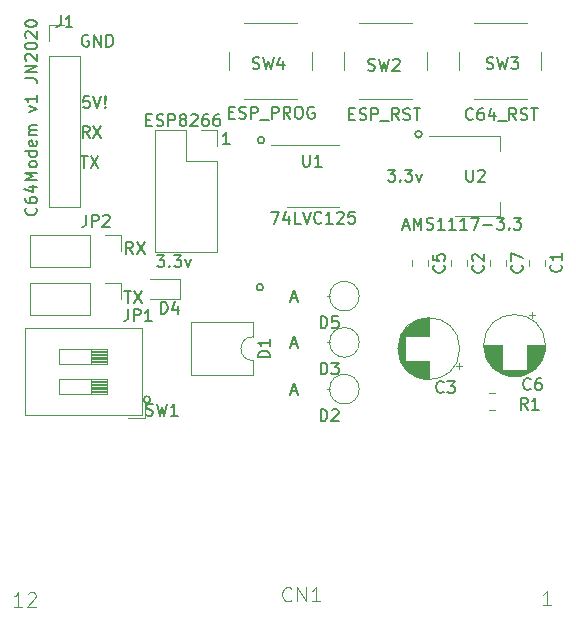
<source format=gbr>
%TF.GenerationSoftware,KiCad,Pcbnew,(5.1.6)-1*%
%TF.CreationDate,2020-09-04T01:33:40+02:00*%
%TF.ProjectId,c64modem,6336346d-6f64-4656-9d2e-6b696361645f,rev?*%
%TF.SameCoordinates,Original*%
%TF.FileFunction,Legend,Top*%
%TF.FilePolarity,Positive*%
%FSLAX46Y46*%
G04 Gerber Fmt 4.6, Leading zero omitted, Abs format (unit mm)*
G04 Created by KiCad (PCBNEW (5.1.6)-1) date 2020-09-04 01:33:40*
%MOMM*%
%LPD*%
G01*
G04 APERTURE LIST*
%ADD10C,0.150000*%
%ADD11C,0.120000*%
%ADD12C,0.101600*%
G04 APERTURE END LIST*
D10*
X158195000Y-81700666D02*
X158671190Y-81700666D01*
X158099761Y-81986380D02*
X158433095Y-80986380D01*
X158766428Y-81986380D01*
X159099761Y-81986380D02*
X159099761Y-80986380D01*
X159433095Y-81700666D01*
X159766428Y-80986380D01*
X159766428Y-81986380D01*
X160195000Y-81938761D02*
X160337857Y-81986380D01*
X160575952Y-81986380D01*
X160671190Y-81938761D01*
X160718809Y-81891142D01*
X160766428Y-81795904D01*
X160766428Y-81700666D01*
X160718809Y-81605428D01*
X160671190Y-81557809D01*
X160575952Y-81510190D01*
X160385476Y-81462571D01*
X160290238Y-81414952D01*
X160242619Y-81367333D01*
X160195000Y-81272095D01*
X160195000Y-81176857D01*
X160242619Y-81081619D01*
X160290238Y-81034000D01*
X160385476Y-80986380D01*
X160623571Y-80986380D01*
X160766428Y-81034000D01*
X161718809Y-81986380D02*
X161147380Y-81986380D01*
X161433095Y-81986380D02*
X161433095Y-80986380D01*
X161337857Y-81129238D01*
X161242619Y-81224476D01*
X161147380Y-81272095D01*
X162671190Y-81986380D02*
X162099761Y-81986380D01*
X162385476Y-81986380D02*
X162385476Y-80986380D01*
X162290238Y-81129238D01*
X162195000Y-81224476D01*
X162099761Y-81272095D01*
X163623571Y-81986380D02*
X163052142Y-81986380D01*
X163337857Y-81986380D02*
X163337857Y-80986380D01*
X163242619Y-81129238D01*
X163147380Y-81224476D01*
X163052142Y-81272095D01*
X163956904Y-80986380D02*
X164623571Y-80986380D01*
X164195000Y-81986380D01*
X165004523Y-81605428D02*
X165766428Y-81605428D01*
X166147380Y-80986380D02*
X166766428Y-80986380D01*
X166433095Y-81367333D01*
X166575952Y-81367333D01*
X166671190Y-81414952D01*
X166718809Y-81462571D01*
X166766428Y-81557809D01*
X166766428Y-81795904D01*
X166718809Y-81891142D01*
X166671190Y-81938761D01*
X166575952Y-81986380D01*
X166290238Y-81986380D01*
X166195000Y-81938761D01*
X166147380Y-81891142D01*
X167195000Y-81891142D02*
X167242619Y-81938761D01*
X167195000Y-81986380D01*
X167147380Y-81938761D01*
X167195000Y-81891142D01*
X167195000Y-81986380D01*
X167575952Y-80986380D02*
X168195000Y-80986380D01*
X167861666Y-81367333D01*
X168004523Y-81367333D01*
X168099761Y-81414952D01*
X168147380Y-81462571D01*
X168195000Y-81557809D01*
X168195000Y-81795904D01*
X168147380Y-81891142D01*
X168099761Y-81938761D01*
X168004523Y-81986380D01*
X167718809Y-81986380D01*
X167623571Y-81938761D01*
X167575952Y-81891142D01*
X147050571Y-80478380D02*
X147717238Y-80478380D01*
X147288666Y-81478380D01*
X148526761Y-80811714D02*
X148526761Y-81478380D01*
X148288666Y-80430761D02*
X148050571Y-81145047D01*
X148669619Y-81145047D01*
X149526761Y-81478380D02*
X149050571Y-81478380D01*
X149050571Y-80478380D01*
X149717238Y-80478380D02*
X150050571Y-81478380D01*
X150383904Y-80478380D01*
X151288666Y-81383142D02*
X151241047Y-81430761D01*
X151098190Y-81478380D01*
X151002952Y-81478380D01*
X150860095Y-81430761D01*
X150764857Y-81335523D01*
X150717238Y-81240285D01*
X150669619Y-81049809D01*
X150669619Y-80906952D01*
X150717238Y-80716476D01*
X150764857Y-80621238D01*
X150860095Y-80526000D01*
X151002952Y-80478380D01*
X151098190Y-80478380D01*
X151241047Y-80526000D01*
X151288666Y-80573619D01*
X152241047Y-81478380D02*
X151669619Y-81478380D01*
X151955333Y-81478380D02*
X151955333Y-80478380D01*
X151860095Y-80621238D01*
X151764857Y-80716476D01*
X151669619Y-80764095D01*
X152622000Y-80573619D02*
X152669619Y-80526000D01*
X152764857Y-80478380D01*
X153002952Y-80478380D01*
X153098190Y-80526000D01*
X153145809Y-80573619D01*
X153193428Y-80668857D01*
X153193428Y-80764095D01*
X153145809Y-80906952D01*
X152574380Y-81478380D01*
X153193428Y-81478380D01*
X154098190Y-80478380D02*
X153622000Y-80478380D01*
X153574380Y-80954571D01*
X153622000Y-80906952D01*
X153717238Y-80859333D01*
X153955333Y-80859333D01*
X154050571Y-80906952D01*
X154098190Y-80954571D01*
X154145809Y-81049809D01*
X154145809Y-81287904D01*
X154098190Y-81383142D01*
X154050571Y-81430761D01*
X153955333Y-81478380D01*
X153717238Y-81478380D01*
X153622000Y-81430761D01*
X153574380Y-81383142D01*
X164116047Y-72620142D02*
X164068428Y-72667761D01*
X163925571Y-72715380D01*
X163830333Y-72715380D01*
X163687476Y-72667761D01*
X163592238Y-72572523D01*
X163544619Y-72477285D01*
X163497000Y-72286809D01*
X163497000Y-72143952D01*
X163544619Y-71953476D01*
X163592238Y-71858238D01*
X163687476Y-71763000D01*
X163830333Y-71715380D01*
X163925571Y-71715380D01*
X164068428Y-71763000D01*
X164116047Y-71810619D01*
X164973190Y-71715380D02*
X164782714Y-71715380D01*
X164687476Y-71763000D01*
X164639857Y-71810619D01*
X164544619Y-71953476D01*
X164497000Y-72143952D01*
X164497000Y-72524904D01*
X164544619Y-72620142D01*
X164592238Y-72667761D01*
X164687476Y-72715380D01*
X164877952Y-72715380D01*
X164973190Y-72667761D01*
X165020809Y-72620142D01*
X165068428Y-72524904D01*
X165068428Y-72286809D01*
X165020809Y-72191571D01*
X164973190Y-72143952D01*
X164877952Y-72096333D01*
X164687476Y-72096333D01*
X164592238Y-72143952D01*
X164544619Y-72191571D01*
X164497000Y-72286809D01*
X165925571Y-72048714D02*
X165925571Y-72715380D01*
X165687476Y-71667761D02*
X165449380Y-72382047D01*
X166068428Y-72382047D01*
X166211285Y-72810619D02*
X166973190Y-72810619D01*
X167782714Y-72715380D02*
X167449380Y-72239190D01*
X167211285Y-72715380D02*
X167211285Y-71715380D01*
X167592238Y-71715380D01*
X167687476Y-71763000D01*
X167735095Y-71810619D01*
X167782714Y-71905857D01*
X167782714Y-72048714D01*
X167735095Y-72143952D01*
X167687476Y-72191571D01*
X167592238Y-72239190D01*
X167211285Y-72239190D01*
X168163666Y-72667761D02*
X168306523Y-72715380D01*
X168544619Y-72715380D01*
X168639857Y-72667761D01*
X168687476Y-72620142D01*
X168735095Y-72524904D01*
X168735095Y-72429666D01*
X168687476Y-72334428D01*
X168639857Y-72286809D01*
X168544619Y-72239190D01*
X168354142Y-72191571D01*
X168258904Y-72143952D01*
X168211285Y-72096333D01*
X168163666Y-72001095D01*
X168163666Y-71905857D01*
X168211285Y-71810619D01*
X168258904Y-71763000D01*
X168354142Y-71715380D01*
X168592238Y-71715380D01*
X168735095Y-71763000D01*
X169020809Y-71715380D02*
X169592238Y-71715380D01*
X169306523Y-72715380D02*
X169306523Y-71715380D01*
X153662428Y-72191571D02*
X153995761Y-72191571D01*
X154138619Y-72715380D02*
X153662428Y-72715380D01*
X153662428Y-71715380D01*
X154138619Y-71715380D01*
X154519571Y-72667761D02*
X154662428Y-72715380D01*
X154900523Y-72715380D01*
X154995761Y-72667761D01*
X155043380Y-72620142D01*
X155091000Y-72524904D01*
X155091000Y-72429666D01*
X155043380Y-72334428D01*
X154995761Y-72286809D01*
X154900523Y-72239190D01*
X154710047Y-72191571D01*
X154614809Y-72143952D01*
X154567190Y-72096333D01*
X154519571Y-72001095D01*
X154519571Y-71905857D01*
X154567190Y-71810619D01*
X154614809Y-71763000D01*
X154710047Y-71715380D01*
X154948142Y-71715380D01*
X155091000Y-71763000D01*
X155519571Y-72715380D02*
X155519571Y-71715380D01*
X155900523Y-71715380D01*
X155995761Y-71763000D01*
X156043380Y-71810619D01*
X156091000Y-71905857D01*
X156091000Y-72048714D01*
X156043380Y-72143952D01*
X155995761Y-72191571D01*
X155900523Y-72239190D01*
X155519571Y-72239190D01*
X156281476Y-72810619D02*
X157043380Y-72810619D01*
X157852904Y-72715380D02*
X157519571Y-72239190D01*
X157281476Y-72715380D02*
X157281476Y-71715380D01*
X157662428Y-71715380D01*
X157757666Y-71763000D01*
X157805285Y-71810619D01*
X157852904Y-71905857D01*
X157852904Y-72048714D01*
X157805285Y-72143952D01*
X157757666Y-72191571D01*
X157662428Y-72239190D01*
X157281476Y-72239190D01*
X158233857Y-72667761D02*
X158376714Y-72715380D01*
X158614809Y-72715380D01*
X158710047Y-72667761D01*
X158757666Y-72620142D01*
X158805285Y-72524904D01*
X158805285Y-72429666D01*
X158757666Y-72334428D01*
X158710047Y-72286809D01*
X158614809Y-72239190D01*
X158424333Y-72191571D01*
X158329095Y-72143952D01*
X158281476Y-72096333D01*
X158233857Y-72001095D01*
X158233857Y-71905857D01*
X158281476Y-71810619D01*
X158329095Y-71763000D01*
X158424333Y-71715380D01*
X158662428Y-71715380D01*
X158805285Y-71763000D01*
X159091000Y-71715380D02*
X159662428Y-71715380D01*
X159376714Y-72715380D02*
X159376714Y-71715380D01*
X143470761Y-72064571D02*
X143804095Y-72064571D01*
X143946952Y-72588380D02*
X143470761Y-72588380D01*
X143470761Y-71588380D01*
X143946952Y-71588380D01*
X144327904Y-72540761D02*
X144470761Y-72588380D01*
X144708857Y-72588380D01*
X144804095Y-72540761D01*
X144851714Y-72493142D01*
X144899333Y-72397904D01*
X144899333Y-72302666D01*
X144851714Y-72207428D01*
X144804095Y-72159809D01*
X144708857Y-72112190D01*
X144518380Y-72064571D01*
X144423142Y-72016952D01*
X144375523Y-71969333D01*
X144327904Y-71874095D01*
X144327904Y-71778857D01*
X144375523Y-71683619D01*
X144423142Y-71636000D01*
X144518380Y-71588380D01*
X144756476Y-71588380D01*
X144899333Y-71636000D01*
X145327904Y-72588380D02*
X145327904Y-71588380D01*
X145708857Y-71588380D01*
X145804095Y-71636000D01*
X145851714Y-71683619D01*
X145899333Y-71778857D01*
X145899333Y-71921714D01*
X145851714Y-72016952D01*
X145804095Y-72064571D01*
X145708857Y-72112190D01*
X145327904Y-72112190D01*
X146089809Y-72683619D02*
X146851714Y-72683619D01*
X147089809Y-72588380D02*
X147089809Y-71588380D01*
X147470761Y-71588380D01*
X147566000Y-71636000D01*
X147613619Y-71683619D01*
X147661238Y-71778857D01*
X147661238Y-71921714D01*
X147613619Y-72016952D01*
X147566000Y-72064571D01*
X147470761Y-72112190D01*
X147089809Y-72112190D01*
X148661238Y-72588380D02*
X148327904Y-72112190D01*
X148089809Y-72588380D02*
X148089809Y-71588380D01*
X148470761Y-71588380D01*
X148566000Y-71636000D01*
X148613619Y-71683619D01*
X148661238Y-71778857D01*
X148661238Y-71921714D01*
X148613619Y-72016952D01*
X148566000Y-72064571D01*
X148470761Y-72112190D01*
X148089809Y-72112190D01*
X149280285Y-71588380D02*
X149470761Y-71588380D01*
X149566000Y-71636000D01*
X149661238Y-71731238D01*
X149708857Y-71921714D01*
X149708857Y-72255047D01*
X149661238Y-72445523D01*
X149566000Y-72540761D01*
X149470761Y-72588380D01*
X149280285Y-72588380D01*
X149185047Y-72540761D01*
X149089809Y-72445523D01*
X149042190Y-72255047D01*
X149042190Y-71921714D01*
X149089809Y-71731238D01*
X149185047Y-71636000D01*
X149280285Y-71588380D01*
X150661238Y-71636000D02*
X150566000Y-71588380D01*
X150423142Y-71588380D01*
X150280285Y-71636000D01*
X150185047Y-71731238D01*
X150137428Y-71826476D01*
X150089809Y-72016952D01*
X150089809Y-72159809D01*
X150137428Y-72350285D01*
X150185047Y-72445523D01*
X150280285Y-72540761D01*
X150423142Y-72588380D01*
X150518380Y-72588380D01*
X150661238Y-72540761D01*
X150708857Y-72493142D01*
X150708857Y-72159809D01*
X150518380Y-72159809D01*
X156940428Y-76922380D02*
X157559476Y-76922380D01*
X157226142Y-77303333D01*
X157369000Y-77303333D01*
X157464238Y-77350952D01*
X157511857Y-77398571D01*
X157559476Y-77493809D01*
X157559476Y-77731904D01*
X157511857Y-77827142D01*
X157464238Y-77874761D01*
X157369000Y-77922380D01*
X157083285Y-77922380D01*
X156988047Y-77874761D01*
X156940428Y-77827142D01*
X157988047Y-77827142D02*
X158035666Y-77874761D01*
X157988047Y-77922380D01*
X157940428Y-77874761D01*
X157988047Y-77827142D01*
X157988047Y-77922380D01*
X158369000Y-76922380D02*
X158988047Y-76922380D01*
X158654714Y-77303333D01*
X158797571Y-77303333D01*
X158892809Y-77350952D01*
X158940428Y-77398571D01*
X158988047Y-77493809D01*
X158988047Y-77731904D01*
X158940428Y-77827142D01*
X158892809Y-77874761D01*
X158797571Y-77922380D01*
X158511857Y-77922380D01*
X158416619Y-77874761D01*
X158369000Y-77827142D01*
X159321380Y-77255714D02*
X159559476Y-77922380D01*
X159797571Y-77255714D01*
X135342333Y-84018380D02*
X135009000Y-83542190D01*
X134770904Y-84018380D02*
X134770904Y-83018380D01*
X135151857Y-83018380D01*
X135247095Y-83066000D01*
X135294714Y-83113619D01*
X135342333Y-83208857D01*
X135342333Y-83351714D01*
X135294714Y-83446952D01*
X135247095Y-83494571D01*
X135151857Y-83542190D01*
X134770904Y-83542190D01*
X135675666Y-83018380D02*
X136342333Y-84018380D01*
X136342333Y-83018380D02*
X135675666Y-84018380D01*
X136808981Y-96393000D02*
G75*
G03*
X136808981Y-96393000I-283981J0D01*
G01*
X146363961Y-86868000D02*
G75*
G03*
X146363961Y-86868000I-283981J0D01*
G01*
X159795981Y-73914000D02*
G75*
G03*
X159795981Y-73914000I-283981J0D01*
G01*
X146460981Y-74422000D02*
G75*
G03*
X146460981Y-74422000I-283981J0D01*
G01*
X131572095Y-65540000D02*
X131476857Y-65492380D01*
X131334000Y-65492380D01*
X131191142Y-65540000D01*
X131095904Y-65635238D01*
X131048285Y-65730476D01*
X131000666Y-65920952D01*
X131000666Y-66063809D01*
X131048285Y-66254285D01*
X131095904Y-66349523D01*
X131191142Y-66444761D01*
X131334000Y-66492380D01*
X131429238Y-66492380D01*
X131572095Y-66444761D01*
X131619714Y-66397142D01*
X131619714Y-66063809D01*
X131429238Y-66063809D01*
X132048285Y-66492380D02*
X132048285Y-65492380D01*
X132619714Y-66492380D01*
X132619714Y-65492380D01*
X133095904Y-66492380D02*
X133095904Y-65492380D01*
X133334000Y-65492380D01*
X133476857Y-65540000D01*
X133572095Y-65635238D01*
X133619714Y-65730476D01*
X133667333Y-65920952D01*
X133667333Y-66063809D01*
X133619714Y-66254285D01*
X133572095Y-66349523D01*
X133476857Y-66444761D01*
X133334000Y-66492380D01*
X133095904Y-66492380D01*
X130937095Y-75779380D02*
X131508523Y-75779380D01*
X131222809Y-76779380D02*
X131222809Y-75779380D01*
X131746619Y-75779380D02*
X132413285Y-76779380D01*
X132413285Y-75779380D02*
X131746619Y-76779380D01*
X131659333Y-74239380D02*
X131326000Y-73763190D01*
X131087904Y-74239380D02*
X131087904Y-73239380D01*
X131468857Y-73239380D01*
X131564095Y-73287000D01*
X131611714Y-73334619D01*
X131659333Y-73429857D01*
X131659333Y-73572714D01*
X131611714Y-73667952D01*
X131564095Y-73715571D01*
X131468857Y-73763190D01*
X131087904Y-73763190D01*
X131992666Y-73239380D02*
X132659333Y-74239380D01*
X132659333Y-73239380D02*
X131992666Y-74239380D01*
X131651428Y-70699380D02*
X131175238Y-70699380D01*
X131127619Y-71175571D01*
X131175238Y-71127952D01*
X131270476Y-71080333D01*
X131508571Y-71080333D01*
X131603809Y-71127952D01*
X131651428Y-71175571D01*
X131699047Y-71270809D01*
X131699047Y-71508904D01*
X131651428Y-71604142D01*
X131603809Y-71651761D01*
X131508571Y-71699380D01*
X131270476Y-71699380D01*
X131175238Y-71651761D01*
X131127619Y-71604142D01*
X131984761Y-70699380D02*
X132318095Y-71699380D01*
X132651428Y-70699380D01*
X132984761Y-71604142D02*
X133032380Y-71651761D01*
X132984761Y-71699380D01*
X132937142Y-71651761D01*
X132984761Y-71604142D01*
X132984761Y-71699380D01*
X132984761Y-71318428D02*
X132937142Y-70747000D01*
X132984761Y-70699380D01*
X133032380Y-70747000D01*
X132984761Y-71318428D01*
X132984761Y-70699380D01*
X143541714Y-74747380D02*
X142970285Y-74747380D01*
X143256000Y-74747380D02*
X143256000Y-73747380D01*
X143160761Y-73890238D01*
X143065523Y-73985476D01*
X142970285Y-74033095D01*
X137382428Y-84161380D02*
X138001476Y-84161380D01*
X137668142Y-84542333D01*
X137811000Y-84542333D01*
X137906238Y-84589952D01*
X137953857Y-84637571D01*
X138001476Y-84732809D01*
X138001476Y-84970904D01*
X137953857Y-85066142D01*
X137906238Y-85113761D01*
X137811000Y-85161380D01*
X137525285Y-85161380D01*
X137430047Y-85113761D01*
X137382428Y-85066142D01*
X138430047Y-85066142D02*
X138477666Y-85113761D01*
X138430047Y-85161380D01*
X138382428Y-85113761D01*
X138430047Y-85066142D01*
X138430047Y-85161380D01*
X138811000Y-84161380D02*
X139430047Y-84161380D01*
X139096714Y-84542333D01*
X139239571Y-84542333D01*
X139334809Y-84589952D01*
X139382428Y-84637571D01*
X139430047Y-84732809D01*
X139430047Y-84970904D01*
X139382428Y-85066142D01*
X139334809Y-85113761D01*
X139239571Y-85161380D01*
X138953857Y-85161380D01*
X138858619Y-85113761D01*
X138811000Y-85066142D01*
X139763380Y-84494714D02*
X140001476Y-85161380D01*
X140239571Y-84494714D01*
X127103142Y-80159857D02*
X127150761Y-80207476D01*
X127198380Y-80350333D01*
X127198380Y-80445571D01*
X127150761Y-80588428D01*
X127055523Y-80683666D01*
X126960285Y-80731285D01*
X126769809Y-80778904D01*
X126626952Y-80778904D01*
X126436476Y-80731285D01*
X126341238Y-80683666D01*
X126246000Y-80588428D01*
X126198380Y-80445571D01*
X126198380Y-80350333D01*
X126246000Y-80207476D01*
X126293619Y-80159857D01*
X126198380Y-79302714D02*
X126198380Y-79493190D01*
X126246000Y-79588428D01*
X126293619Y-79636047D01*
X126436476Y-79731285D01*
X126626952Y-79778904D01*
X127007904Y-79778904D01*
X127103142Y-79731285D01*
X127150761Y-79683666D01*
X127198380Y-79588428D01*
X127198380Y-79397952D01*
X127150761Y-79302714D01*
X127103142Y-79255095D01*
X127007904Y-79207476D01*
X126769809Y-79207476D01*
X126674571Y-79255095D01*
X126626952Y-79302714D01*
X126579333Y-79397952D01*
X126579333Y-79588428D01*
X126626952Y-79683666D01*
X126674571Y-79731285D01*
X126769809Y-79778904D01*
X126531714Y-78350333D02*
X127198380Y-78350333D01*
X126150761Y-78588428D02*
X126865047Y-78826523D01*
X126865047Y-78207476D01*
X127198380Y-77826523D02*
X126198380Y-77826523D01*
X126912666Y-77493190D01*
X126198380Y-77159857D01*
X127198380Y-77159857D01*
X127198380Y-76540809D02*
X127150761Y-76636047D01*
X127103142Y-76683666D01*
X127007904Y-76731285D01*
X126722190Y-76731285D01*
X126626952Y-76683666D01*
X126579333Y-76636047D01*
X126531714Y-76540809D01*
X126531714Y-76397952D01*
X126579333Y-76302714D01*
X126626952Y-76255095D01*
X126722190Y-76207476D01*
X127007904Y-76207476D01*
X127103142Y-76255095D01*
X127150761Y-76302714D01*
X127198380Y-76397952D01*
X127198380Y-76540809D01*
X127198380Y-75350333D02*
X126198380Y-75350333D01*
X127150761Y-75350333D02*
X127198380Y-75445571D01*
X127198380Y-75636047D01*
X127150761Y-75731285D01*
X127103142Y-75778904D01*
X127007904Y-75826523D01*
X126722190Y-75826523D01*
X126626952Y-75778904D01*
X126579333Y-75731285D01*
X126531714Y-75636047D01*
X126531714Y-75445571D01*
X126579333Y-75350333D01*
X127150761Y-74493190D02*
X127198380Y-74588428D01*
X127198380Y-74778904D01*
X127150761Y-74874142D01*
X127055523Y-74921761D01*
X126674571Y-74921761D01*
X126579333Y-74874142D01*
X126531714Y-74778904D01*
X126531714Y-74588428D01*
X126579333Y-74493190D01*
X126674571Y-74445571D01*
X126769809Y-74445571D01*
X126865047Y-74921761D01*
X127198380Y-74017000D02*
X126531714Y-74017000D01*
X126626952Y-74017000D02*
X126579333Y-73969380D01*
X126531714Y-73874142D01*
X126531714Y-73731285D01*
X126579333Y-73636047D01*
X126674571Y-73588428D01*
X127198380Y-73588428D01*
X126674571Y-73588428D02*
X126579333Y-73540809D01*
X126531714Y-73445571D01*
X126531714Y-73302714D01*
X126579333Y-73207476D01*
X126674571Y-73159857D01*
X127198380Y-73159857D01*
X126531714Y-72017000D02*
X127198380Y-71778904D01*
X126531714Y-71540809D01*
X127198380Y-70636047D02*
X127198380Y-71207476D01*
X127198380Y-70921761D02*
X126198380Y-70921761D01*
X126341238Y-71017000D01*
X126436476Y-71112238D01*
X126484095Y-71207476D01*
X126198380Y-69159857D02*
X126912666Y-69159857D01*
X127055523Y-69207476D01*
X127150761Y-69302714D01*
X127198380Y-69445571D01*
X127198380Y-69540809D01*
X127198380Y-68683666D02*
X126198380Y-68683666D01*
X127198380Y-68112238D01*
X126198380Y-68112238D01*
X126293619Y-67683666D02*
X126246000Y-67636047D01*
X126198380Y-67540809D01*
X126198380Y-67302714D01*
X126246000Y-67207476D01*
X126293619Y-67159857D01*
X126388857Y-67112238D01*
X126484095Y-67112238D01*
X126626952Y-67159857D01*
X127198380Y-67731285D01*
X127198380Y-67112238D01*
X126198380Y-66493190D02*
X126198380Y-66397952D01*
X126246000Y-66302714D01*
X126293619Y-66255095D01*
X126388857Y-66207476D01*
X126579333Y-66159857D01*
X126817428Y-66159857D01*
X127007904Y-66207476D01*
X127103142Y-66255095D01*
X127150761Y-66302714D01*
X127198380Y-66397952D01*
X127198380Y-66493190D01*
X127150761Y-66588428D01*
X127103142Y-66636047D01*
X127007904Y-66683666D01*
X126817428Y-66731285D01*
X126579333Y-66731285D01*
X126388857Y-66683666D01*
X126293619Y-66636047D01*
X126246000Y-66588428D01*
X126198380Y-66493190D01*
X126293619Y-65778904D02*
X126246000Y-65731285D01*
X126198380Y-65636047D01*
X126198380Y-65397952D01*
X126246000Y-65302714D01*
X126293619Y-65255095D01*
X126388857Y-65207476D01*
X126484095Y-65207476D01*
X126626952Y-65255095D01*
X127198380Y-65826523D01*
X127198380Y-65207476D01*
X126198380Y-64588428D02*
X126198380Y-64493190D01*
X126246000Y-64397952D01*
X126293619Y-64350333D01*
X126388857Y-64302714D01*
X126579333Y-64255095D01*
X126817428Y-64255095D01*
X127007904Y-64302714D01*
X127103142Y-64350333D01*
X127150761Y-64397952D01*
X127198380Y-64493190D01*
X127198380Y-64588428D01*
X127150761Y-64683666D01*
X127103142Y-64731285D01*
X127007904Y-64778904D01*
X126817428Y-64826523D01*
X126579333Y-64826523D01*
X126388857Y-64778904D01*
X126293619Y-64731285D01*
X126246000Y-64683666D01*
X126198380Y-64588428D01*
X134620095Y-87209380D02*
X135191523Y-87209380D01*
X134905809Y-88209380D02*
X134905809Y-87209380D01*
X135429619Y-87209380D02*
X136096285Y-88209380D01*
X136096285Y-87209380D02*
X135429619Y-88209380D01*
D11*
%TO.C,U1*%
X150622000Y-80065000D02*
X152822000Y-80065000D01*
X150622000Y-80065000D02*
X148422000Y-80065000D01*
X150622000Y-74845000D02*
X152822000Y-74845000D01*
X150622000Y-74845000D02*
X147022000Y-74845000D01*
%TO.C,ESP8266*%
X137227000Y-73600000D02*
X139827000Y-73600000D01*
X137227000Y-73600000D02*
X137227000Y-83880000D01*
X137227000Y-83880000D02*
X142427000Y-83880000D01*
X142427000Y-76200000D02*
X142427000Y-83880000D01*
X139827000Y-76200000D02*
X142427000Y-76200000D01*
X139827000Y-73600000D02*
X139827000Y-76200000D01*
X142427000Y-73600000D02*
X142427000Y-74930000D01*
X141097000Y-73600000D02*
X142427000Y-73600000D01*
%TO.C,SW1*%
X131804167Y-93345000D02*
X131804167Y-92075000D01*
X133157500Y-92145000D02*
X131804167Y-92145000D01*
X133157500Y-92265000D02*
X131804167Y-92265000D01*
X133157500Y-92385000D02*
X131804167Y-92385000D01*
X133157500Y-92505000D02*
X131804167Y-92505000D01*
X133157500Y-92625000D02*
X131804167Y-92625000D01*
X133157500Y-92745000D02*
X131804167Y-92745000D01*
X133157500Y-92865000D02*
X131804167Y-92865000D01*
X133157500Y-92985000D02*
X131804167Y-92985000D01*
X133157500Y-93105000D02*
X131804167Y-93105000D01*
X133157500Y-93225000D02*
X131804167Y-93225000D01*
X129097500Y-93345000D02*
X133157500Y-93345000D01*
X129097500Y-92075000D02*
X129097500Y-93345000D01*
X133157500Y-92075000D02*
X129097500Y-92075000D01*
X133157500Y-93345000D02*
X133157500Y-92075000D01*
X131804167Y-95885000D02*
X131804167Y-94615000D01*
X133157500Y-94685000D02*
X131804167Y-94685000D01*
X133157500Y-94805000D02*
X131804167Y-94805000D01*
X133157500Y-94925000D02*
X131804167Y-94925000D01*
X133157500Y-95045000D02*
X131804167Y-95045000D01*
X133157500Y-95165000D02*
X131804167Y-95165000D01*
X133157500Y-95285000D02*
X131804167Y-95285000D01*
X133157500Y-95405000D02*
X131804167Y-95405000D01*
X133157500Y-95525000D02*
X131804167Y-95525000D01*
X133157500Y-95645000D02*
X131804167Y-95645000D01*
X133157500Y-95765000D02*
X131804167Y-95765000D01*
X129097500Y-95885000D02*
X133157500Y-95885000D01*
X129097500Y-94615000D02*
X129097500Y-95885000D01*
X133157500Y-94615000D02*
X129097500Y-94615000D01*
X133157500Y-95885000D02*
X133157500Y-94615000D01*
X136317500Y-97910000D02*
X136317500Y-96527000D01*
X136317500Y-97910000D02*
X134933500Y-97910000D01*
X126177500Y-97670000D02*
X126177500Y-90290000D01*
X136077500Y-97670000D02*
X136077500Y-90290000D01*
X136077500Y-90290000D02*
X126177500Y-90290000D01*
X136077500Y-97670000D02*
X126177500Y-97670000D01*
%TO.C,U2*%
X160365000Y-74060000D02*
X166375000Y-74060000D01*
X162615000Y-80880000D02*
X166375000Y-80880000D01*
X166375000Y-74060000D02*
X166375000Y-75320000D01*
X166375000Y-80880000D02*
X166375000Y-79620000D01*
%TO.C,SW4*%
X143491000Y-66977000D02*
X143491000Y-68477000D01*
X144741000Y-70977000D02*
X149241000Y-70977000D01*
X150491000Y-68477000D02*
X150491000Y-66977000D01*
X149241000Y-64477000D02*
X144741000Y-64477000D01*
%TO.C,SW3*%
X162922000Y-66977000D02*
X162922000Y-68477000D01*
X164172000Y-70977000D02*
X168672000Y-70977000D01*
X169922000Y-68477000D02*
X169922000Y-66977000D01*
X168672000Y-64477000D02*
X164172000Y-64477000D01*
%TO.C,SW2*%
X153193800Y-66977000D02*
X153193800Y-68477000D01*
X154443800Y-70977000D02*
X158943800Y-70977000D01*
X160193800Y-68477000D02*
X160193800Y-66977000D01*
X158943800Y-64477000D02*
X154443800Y-64477000D01*
%TO.C,R1*%
X165473748Y-97230000D02*
X165996252Y-97230000D01*
X165473748Y-95810000D02*
X165996252Y-95810000D01*
%TO.C,JP2*%
X134324400Y-82490000D02*
X134324400Y-83820000D01*
X132994400Y-82490000D02*
X134324400Y-82490000D01*
X131724400Y-82490000D02*
X131724400Y-85150000D01*
X131724400Y-85150000D02*
X126584400Y-85150000D01*
X131724400Y-82490000D02*
X126584400Y-82490000D01*
X126584400Y-82490000D02*
X126584400Y-85150000D01*
%TO.C,JP1*%
X134324400Y-86554000D02*
X134324400Y-87884000D01*
X132994400Y-86554000D02*
X134324400Y-86554000D01*
X131724400Y-86554000D02*
X131724400Y-89214000D01*
X131724400Y-89214000D02*
X126584400Y-89214000D01*
X131724400Y-86554000D02*
X126584400Y-86554000D01*
X126584400Y-86554000D02*
X126584400Y-89214000D01*
%TO.C,J1*%
X128210000Y-64710000D02*
X129540000Y-64710000D01*
X128210000Y-66040000D02*
X128210000Y-64710000D01*
X128210000Y-67310000D02*
X130870000Y-67310000D01*
X130870000Y-67310000D02*
X130870000Y-80070000D01*
X128210000Y-67310000D02*
X128210000Y-80070000D01*
X128210000Y-80070000D02*
X130870000Y-80070000D01*
%TO.C,D5*%
X151982540Y-87630000D02*
X151748200Y-87630000D01*
X154493860Y-87630000D02*
G75*
G03*
X154493860Y-87630000I-1255660J0D01*
G01*
%TO.C,D4*%
X139295000Y-87845000D02*
X136745000Y-87845000D01*
X139295000Y-86145000D02*
X136745000Y-86145000D01*
X139295000Y-87845000D02*
X139295000Y-86145000D01*
%TO.C,D3*%
X151982540Y-91541600D02*
X151748200Y-91541600D01*
X154493860Y-91541600D02*
G75*
G03*
X154493860Y-91541600I-1255660J0D01*
G01*
%TO.C,D2*%
X151982540Y-95504000D02*
X151748200Y-95504000D01*
X154493860Y-95504000D02*
G75*
G03*
X154493860Y-95504000I-1255660J0D01*
G01*
%TO.C,D1*%
X145475000Y-94325000D02*
X145475000Y-93075000D01*
X140275000Y-94325000D02*
X145475000Y-94325000D01*
X140275000Y-89825000D02*
X140275000Y-94325000D01*
X145475000Y-89825000D02*
X140275000Y-89825000D01*
X145475000Y-91075000D02*
X145475000Y-89825000D01*
X145475000Y-93075000D02*
G75*
G02*
X145475000Y-91075000I0J1000000D01*
G01*
%TO.C,C7*%
X165533000Y-84583748D02*
X165533000Y-85106252D01*
X166953000Y-84583748D02*
X166953000Y-85106252D01*
%TO.C,C6*%
X169365000Y-89250225D02*
X168865000Y-89250225D01*
X169115000Y-89000225D02*
X169115000Y-89500225D01*
X167924000Y-94406000D02*
X167356000Y-94406000D01*
X168158000Y-94366000D02*
X167122000Y-94366000D01*
X168317000Y-94326000D02*
X166963000Y-94326000D01*
X168445000Y-94286000D02*
X166835000Y-94286000D01*
X168555000Y-94246000D02*
X166725000Y-94246000D01*
X168651000Y-94206000D02*
X166629000Y-94206000D01*
X168738000Y-94166000D02*
X166542000Y-94166000D01*
X168818000Y-94126000D02*
X166462000Y-94126000D01*
X168891000Y-94086000D02*
X166389000Y-94086000D01*
X168959000Y-94046000D02*
X166321000Y-94046000D01*
X169023000Y-94006000D02*
X166257000Y-94006000D01*
X169083000Y-93966000D02*
X166197000Y-93966000D01*
X169140000Y-93926000D02*
X166140000Y-93926000D01*
X169194000Y-93886000D02*
X166086000Y-93886000D01*
X169245000Y-93846000D02*
X166035000Y-93846000D01*
X166600000Y-93806000D02*
X165987000Y-93806000D01*
X169293000Y-93806000D02*
X168680000Y-93806000D01*
X166600000Y-93766000D02*
X165941000Y-93766000D01*
X169339000Y-93766000D02*
X168680000Y-93766000D01*
X166600000Y-93726000D02*
X165897000Y-93726000D01*
X169383000Y-93726000D02*
X168680000Y-93726000D01*
X166600000Y-93686000D02*
X165855000Y-93686000D01*
X169425000Y-93686000D02*
X168680000Y-93686000D01*
X166600000Y-93646000D02*
X165814000Y-93646000D01*
X169466000Y-93646000D02*
X168680000Y-93646000D01*
X166600000Y-93606000D02*
X165776000Y-93606000D01*
X169504000Y-93606000D02*
X168680000Y-93606000D01*
X166600000Y-93566000D02*
X165739000Y-93566000D01*
X169541000Y-93566000D02*
X168680000Y-93566000D01*
X166600000Y-93526000D02*
X165703000Y-93526000D01*
X169577000Y-93526000D02*
X168680000Y-93526000D01*
X166600000Y-93486000D02*
X165669000Y-93486000D01*
X169611000Y-93486000D02*
X168680000Y-93486000D01*
X166600000Y-93446000D02*
X165636000Y-93446000D01*
X169644000Y-93446000D02*
X168680000Y-93446000D01*
X166600000Y-93406000D02*
X165605000Y-93406000D01*
X169675000Y-93406000D02*
X168680000Y-93406000D01*
X166600000Y-93366000D02*
X165575000Y-93366000D01*
X169705000Y-93366000D02*
X168680000Y-93366000D01*
X166600000Y-93326000D02*
X165545000Y-93326000D01*
X169735000Y-93326000D02*
X168680000Y-93326000D01*
X166600000Y-93286000D02*
X165518000Y-93286000D01*
X169762000Y-93286000D02*
X168680000Y-93286000D01*
X166600000Y-93246000D02*
X165491000Y-93246000D01*
X169789000Y-93246000D02*
X168680000Y-93246000D01*
X166600000Y-93206000D02*
X165465000Y-93206000D01*
X169815000Y-93206000D02*
X168680000Y-93206000D01*
X166600000Y-93166000D02*
X165440000Y-93166000D01*
X169840000Y-93166000D02*
X168680000Y-93166000D01*
X166600000Y-93126000D02*
X165416000Y-93126000D01*
X169864000Y-93126000D02*
X168680000Y-93126000D01*
X166600000Y-93086000D02*
X165393000Y-93086000D01*
X169887000Y-93086000D02*
X168680000Y-93086000D01*
X166600000Y-93046000D02*
X165372000Y-93046000D01*
X169908000Y-93046000D02*
X168680000Y-93046000D01*
X166600000Y-93006000D02*
X165350000Y-93006000D01*
X169930000Y-93006000D02*
X168680000Y-93006000D01*
X166600000Y-92966000D02*
X165330000Y-92966000D01*
X169950000Y-92966000D02*
X168680000Y-92966000D01*
X166600000Y-92926000D02*
X165311000Y-92926000D01*
X169969000Y-92926000D02*
X168680000Y-92926000D01*
X166600000Y-92886000D02*
X165292000Y-92886000D01*
X169988000Y-92886000D02*
X168680000Y-92886000D01*
X166600000Y-92846000D02*
X165275000Y-92846000D01*
X170005000Y-92846000D02*
X168680000Y-92846000D01*
X166600000Y-92806000D02*
X165258000Y-92806000D01*
X170022000Y-92806000D02*
X168680000Y-92806000D01*
X166600000Y-92766000D02*
X165242000Y-92766000D01*
X170038000Y-92766000D02*
X168680000Y-92766000D01*
X166600000Y-92726000D02*
X165226000Y-92726000D01*
X170054000Y-92726000D02*
X168680000Y-92726000D01*
X166600000Y-92686000D02*
X165212000Y-92686000D01*
X170068000Y-92686000D02*
X168680000Y-92686000D01*
X166600000Y-92646000D02*
X165198000Y-92646000D01*
X170082000Y-92646000D02*
X168680000Y-92646000D01*
X166600000Y-92606000D02*
X165185000Y-92606000D01*
X170095000Y-92606000D02*
X168680000Y-92606000D01*
X166600000Y-92566000D02*
X165172000Y-92566000D01*
X170108000Y-92566000D02*
X168680000Y-92566000D01*
X166600000Y-92526000D02*
X165160000Y-92526000D01*
X170120000Y-92526000D02*
X168680000Y-92526000D01*
X166600000Y-92485000D02*
X165149000Y-92485000D01*
X170131000Y-92485000D02*
X168680000Y-92485000D01*
X166600000Y-92445000D02*
X165139000Y-92445000D01*
X170141000Y-92445000D02*
X168680000Y-92445000D01*
X166600000Y-92405000D02*
X165129000Y-92405000D01*
X170151000Y-92405000D02*
X168680000Y-92405000D01*
X166600000Y-92365000D02*
X165120000Y-92365000D01*
X170160000Y-92365000D02*
X168680000Y-92365000D01*
X166600000Y-92325000D02*
X165112000Y-92325000D01*
X170168000Y-92325000D02*
X168680000Y-92325000D01*
X166600000Y-92285000D02*
X165104000Y-92285000D01*
X170176000Y-92285000D02*
X168680000Y-92285000D01*
X166600000Y-92245000D02*
X165097000Y-92245000D01*
X170183000Y-92245000D02*
X168680000Y-92245000D01*
X166600000Y-92205000D02*
X165090000Y-92205000D01*
X170190000Y-92205000D02*
X168680000Y-92205000D01*
X166600000Y-92165000D02*
X165084000Y-92165000D01*
X170196000Y-92165000D02*
X168680000Y-92165000D01*
X166600000Y-92125000D02*
X165079000Y-92125000D01*
X170201000Y-92125000D02*
X168680000Y-92125000D01*
X166600000Y-92085000D02*
X165075000Y-92085000D01*
X170205000Y-92085000D02*
X168680000Y-92085000D01*
X166600000Y-92045000D02*
X165071000Y-92045000D01*
X170209000Y-92045000D02*
X168680000Y-92045000D01*
X166600000Y-92005000D02*
X165067000Y-92005000D01*
X170213000Y-92005000D02*
X168680000Y-92005000D01*
X166600000Y-91965000D02*
X165064000Y-91965000D01*
X170216000Y-91965000D02*
X168680000Y-91965000D01*
X166600000Y-91925000D02*
X165062000Y-91925000D01*
X170218000Y-91925000D02*
X168680000Y-91925000D01*
X166600000Y-91885000D02*
X165061000Y-91885000D01*
X170219000Y-91885000D02*
X168680000Y-91885000D01*
X170220000Y-91845000D02*
X168680000Y-91845000D01*
X166600000Y-91845000D02*
X165060000Y-91845000D01*
X170220000Y-91805000D02*
X168680000Y-91805000D01*
X166600000Y-91805000D02*
X165060000Y-91805000D01*
X170260000Y-91805000D02*
G75*
G03*
X170260000Y-91805000I-2620000J0D01*
G01*
%TO.C,C5*%
X158929000Y-84583748D02*
X158929000Y-85106252D01*
X160349000Y-84583748D02*
X160349000Y-85106252D01*
%TO.C,C3*%
X162939775Y-93800000D02*
X162939775Y-93300000D01*
X163189775Y-93550000D02*
X162689775Y-93550000D01*
X157784000Y-92359000D02*
X157784000Y-91791000D01*
X157824000Y-92593000D02*
X157824000Y-91557000D01*
X157864000Y-92752000D02*
X157864000Y-91398000D01*
X157904000Y-92880000D02*
X157904000Y-91270000D01*
X157944000Y-92990000D02*
X157944000Y-91160000D01*
X157984000Y-93086000D02*
X157984000Y-91064000D01*
X158024000Y-93173000D02*
X158024000Y-90977000D01*
X158064000Y-93253000D02*
X158064000Y-90897000D01*
X158104000Y-93326000D02*
X158104000Y-90824000D01*
X158144000Y-93394000D02*
X158144000Y-90756000D01*
X158184000Y-93458000D02*
X158184000Y-90692000D01*
X158224000Y-93518000D02*
X158224000Y-90632000D01*
X158264000Y-93575000D02*
X158264000Y-90575000D01*
X158304000Y-93629000D02*
X158304000Y-90521000D01*
X158344000Y-93680000D02*
X158344000Y-90470000D01*
X158384000Y-91035000D02*
X158384000Y-90422000D01*
X158384000Y-93728000D02*
X158384000Y-93115000D01*
X158424000Y-91035000D02*
X158424000Y-90376000D01*
X158424000Y-93774000D02*
X158424000Y-93115000D01*
X158464000Y-91035000D02*
X158464000Y-90332000D01*
X158464000Y-93818000D02*
X158464000Y-93115000D01*
X158504000Y-91035000D02*
X158504000Y-90290000D01*
X158504000Y-93860000D02*
X158504000Y-93115000D01*
X158544000Y-91035000D02*
X158544000Y-90249000D01*
X158544000Y-93901000D02*
X158544000Y-93115000D01*
X158584000Y-91035000D02*
X158584000Y-90211000D01*
X158584000Y-93939000D02*
X158584000Y-93115000D01*
X158624000Y-91035000D02*
X158624000Y-90174000D01*
X158624000Y-93976000D02*
X158624000Y-93115000D01*
X158664000Y-91035000D02*
X158664000Y-90138000D01*
X158664000Y-94012000D02*
X158664000Y-93115000D01*
X158704000Y-91035000D02*
X158704000Y-90104000D01*
X158704000Y-94046000D02*
X158704000Y-93115000D01*
X158744000Y-91035000D02*
X158744000Y-90071000D01*
X158744000Y-94079000D02*
X158744000Y-93115000D01*
X158784000Y-91035000D02*
X158784000Y-90040000D01*
X158784000Y-94110000D02*
X158784000Y-93115000D01*
X158824000Y-91035000D02*
X158824000Y-90010000D01*
X158824000Y-94140000D02*
X158824000Y-93115000D01*
X158864000Y-91035000D02*
X158864000Y-89980000D01*
X158864000Y-94170000D02*
X158864000Y-93115000D01*
X158904000Y-91035000D02*
X158904000Y-89953000D01*
X158904000Y-94197000D02*
X158904000Y-93115000D01*
X158944000Y-91035000D02*
X158944000Y-89926000D01*
X158944000Y-94224000D02*
X158944000Y-93115000D01*
X158984000Y-91035000D02*
X158984000Y-89900000D01*
X158984000Y-94250000D02*
X158984000Y-93115000D01*
X159024000Y-91035000D02*
X159024000Y-89875000D01*
X159024000Y-94275000D02*
X159024000Y-93115000D01*
X159064000Y-91035000D02*
X159064000Y-89851000D01*
X159064000Y-94299000D02*
X159064000Y-93115000D01*
X159104000Y-91035000D02*
X159104000Y-89828000D01*
X159104000Y-94322000D02*
X159104000Y-93115000D01*
X159144000Y-91035000D02*
X159144000Y-89807000D01*
X159144000Y-94343000D02*
X159144000Y-93115000D01*
X159184000Y-91035000D02*
X159184000Y-89785000D01*
X159184000Y-94365000D02*
X159184000Y-93115000D01*
X159224000Y-91035000D02*
X159224000Y-89765000D01*
X159224000Y-94385000D02*
X159224000Y-93115000D01*
X159264000Y-91035000D02*
X159264000Y-89746000D01*
X159264000Y-94404000D02*
X159264000Y-93115000D01*
X159304000Y-91035000D02*
X159304000Y-89727000D01*
X159304000Y-94423000D02*
X159304000Y-93115000D01*
X159344000Y-91035000D02*
X159344000Y-89710000D01*
X159344000Y-94440000D02*
X159344000Y-93115000D01*
X159384000Y-91035000D02*
X159384000Y-89693000D01*
X159384000Y-94457000D02*
X159384000Y-93115000D01*
X159424000Y-91035000D02*
X159424000Y-89677000D01*
X159424000Y-94473000D02*
X159424000Y-93115000D01*
X159464000Y-91035000D02*
X159464000Y-89661000D01*
X159464000Y-94489000D02*
X159464000Y-93115000D01*
X159504000Y-91035000D02*
X159504000Y-89647000D01*
X159504000Y-94503000D02*
X159504000Y-93115000D01*
X159544000Y-91035000D02*
X159544000Y-89633000D01*
X159544000Y-94517000D02*
X159544000Y-93115000D01*
X159584000Y-91035000D02*
X159584000Y-89620000D01*
X159584000Y-94530000D02*
X159584000Y-93115000D01*
X159624000Y-91035000D02*
X159624000Y-89607000D01*
X159624000Y-94543000D02*
X159624000Y-93115000D01*
X159664000Y-91035000D02*
X159664000Y-89595000D01*
X159664000Y-94555000D02*
X159664000Y-93115000D01*
X159705000Y-91035000D02*
X159705000Y-89584000D01*
X159705000Y-94566000D02*
X159705000Y-93115000D01*
X159745000Y-91035000D02*
X159745000Y-89574000D01*
X159745000Y-94576000D02*
X159745000Y-93115000D01*
X159785000Y-91035000D02*
X159785000Y-89564000D01*
X159785000Y-94586000D02*
X159785000Y-93115000D01*
X159825000Y-91035000D02*
X159825000Y-89555000D01*
X159825000Y-94595000D02*
X159825000Y-93115000D01*
X159865000Y-91035000D02*
X159865000Y-89547000D01*
X159865000Y-94603000D02*
X159865000Y-93115000D01*
X159905000Y-91035000D02*
X159905000Y-89539000D01*
X159905000Y-94611000D02*
X159905000Y-93115000D01*
X159945000Y-91035000D02*
X159945000Y-89532000D01*
X159945000Y-94618000D02*
X159945000Y-93115000D01*
X159985000Y-91035000D02*
X159985000Y-89525000D01*
X159985000Y-94625000D02*
X159985000Y-93115000D01*
X160025000Y-91035000D02*
X160025000Y-89519000D01*
X160025000Y-94631000D02*
X160025000Y-93115000D01*
X160065000Y-91035000D02*
X160065000Y-89514000D01*
X160065000Y-94636000D02*
X160065000Y-93115000D01*
X160105000Y-91035000D02*
X160105000Y-89510000D01*
X160105000Y-94640000D02*
X160105000Y-93115000D01*
X160145000Y-91035000D02*
X160145000Y-89506000D01*
X160145000Y-94644000D02*
X160145000Y-93115000D01*
X160185000Y-91035000D02*
X160185000Y-89502000D01*
X160185000Y-94648000D02*
X160185000Y-93115000D01*
X160225000Y-91035000D02*
X160225000Y-89499000D01*
X160225000Y-94651000D02*
X160225000Y-93115000D01*
X160265000Y-91035000D02*
X160265000Y-89497000D01*
X160265000Y-94653000D02*
X160265000Y-93115000D01*
X160305000Y-91035000D02*
X160305000Y-89496000D01*
X160305000Y-94654000D02*
X160305000Y-93115000D01*
X160345000Y-94655000D02*
X160345000Y-93115000D01*
X160345000Y-91035000D02*
X160345000Y-89495000D01*
X160385000Y-94655000D02*
X160385000Y-93115000D01*
X160385000Y-91035000D02*
X160385000Y-89495000D01*
X163005000Y-92075000D02*
G75*
G03*
X163005000Y-92075000I-2620000J0D01*
G01*
%TO.C,C2*%
X162231000Y-84583748D02*
X162231000Y-85106252D01*
X163651000Y-84583748D02*
X163651000Y-85106252D01*
%TO.C,C1*%
X170255000Y-85106252D02*
X170255000Y-84583748D01*
X168835000Y-85106252D02*
X168835000Y-84583748D01*
%TO.C,U1*%
D10*
X149733095Y-75652380D02*
X149733095Y-76461904D01*
X149780714Y-76557142D01*
X149828333Y-76604761D01*
X149923571Y-76652380D01*
X150114047Y-76652380D01*
X150209285Y-76604761D01*
X150256904Y-76557142D01*
X150304523Y-76461904D01*
X150304523Y-75652380D01*
X151304523Y-76652380D02*
X150733095Y-76652380D01*
X151018809Y-76652380D02*
X151018809Y-75652380D01*
X150923571Y-75795238D01*
X150828333Y-75890476D01*
X150733095Y-75938095D01*
%TO.C,ESP8266*%
X136477761Y-72699571D02*
X136811095Y-72699571D01*
X136953952Y-73223380D02*
X136477761Y-73223380D01*
X136477761Y-72223380D01*
X136953952Y-72223380D01*
X137334904Y-73175761D02*
X137477761Y-73223380D01*
X137715857Y-73223380D01*
X137811095Y-73175761D01*
X137858714Y-73128142D01*
X137906333Y-73032904D01*
X137906333Y-72937666D01*
X137858714Y-72842428D01*
X137811095Y-72794809D01*
X137715857Y-72747190D01*
X137525380Y-72699571D01*
X137430142Y-72651952D01*
X137382523Y-72604333D01*
X137334904Y-72509095D01*
X137334904Y-72413857D01*
X137382523Y-72318619D01*
X137430142Y-72271000D01*
X137525380Y-72223380D01*
X137763476Y-72223380D01*
X137906333Y-72271000D01*
X138334904Y-73223380D02*
X138334904Y-72223380D01*
X138715857Y-72223380D01*
X138811095Y-72271000D01*
X138858714Y-72318619D01*
X138906333Y-72413857D01*
X138906333Y-72556714D01*
X138858714Y-72651952D01*
X138811095Y-72699571D01*
X138715857Y-72747190D01*
X138334904Y-72747190D01*
X139477761Y-72651952D02*
X139382523Y-72604333D01*
X139334904Y-72556714D01*
X139287285Y-72461476D01*
X139287285Y-72413857D01*
X139334904Y-72318619D01*
X139382523Y-72271000D01*
X139477761Y-72223380D01*
X139668238Y-72223380D01*
X139763476Y-72271000D01*
X139811095Y-72318619D01*
X139858714Y-72413857D01*
X139858714Y-72461476D01*
X139811095Y-72556714D01*
X139763476Y-72604333D01*
X139668238Y-72651952D01*
X139477761Y-72651952D01*
X139382523Y-72699571D01*
X139334904Y-72747190D01*
X139287285Y-72842428D01*
X139287285Y-73032904D01*
X139334904Y-73128142D01*
X139382523Y-73175761D01*
X139477761Y-73223380D01*
X139668238Y-73223380D01*
X139763476Y-73175761D01*
X139811095Y-73128142D01*
X139858714Y-73032904D01*
X139858714Y-72842428D01*
X139811095Y-72747190D01*
X139763476Y-72699571D01*
X139668238Y-72651952D01*
X140239666Y-72318619D02*
X140287285Y-72271000D01*
X140382523Y-72223380D01*
X140620619Y-72223380D01*
X140715857Y-72271000D01*
X140763476Y-72318619D01*
X140811095Y-72413857D01*
X140811095Y-72509095D01*
X140763476Y-72651952D01*
X140192047Y-73223380D01*
X140811095Y-73223380D01*
X141668238Y-72223380D02*
X141477761Y-72223380D01*
X141382523Y-72271000D01*
X141334904Y-72318619D01*
X141239666Y-72461476D01*
X141192047Y-72651952D01*
X141192047Y-73032904D01*
X141239666Y-73128142D01*
X141287285Y-73175761D01*
X141382523Y-73223380D01*
X141573000Y-73223380D01*
X141668238Y-73175761D01*
X141715857Y-73128142D01*
X141763476Y-73032904D01*
X141763476Y-72794809D01*
X141715857Y-72699571D01*
X141668238Y-72651952D01*
X141573000Y-72604333D01*
X141382523Y-72604333D01*
X141287285Y-72651952D01*
X141239666Y-72699571D01*
X141192047Y-72794809D01*
X142620619Y-72223380D02*
X142430142Y-72223380D01*
X142334904Y-72271000D01*
X142287285Y-72318619D01*
X142192047Y-72461476D01*
X142144428Y-72651952D01*
X142144428Y-73032904D01*
X142192047Y-73128142D01*
X142239666Y-73175761D01*
X142334904Y-73223380D01*
X142525380Y-73223380D01*
X142620619Y-73175761D01*
X142668238Y-73128142D01*
X142715857Y-73032904D01*
X142715857Y-72794809D01*
X142668238Y-72699571D01*
X142620619Y-72651952D01*
X142525380Y-72604333D01*
X142334904Y-72604333D01*
X142239666Y-72651952D01*
X142192047Y-72699571D01*
X142144428Y-72794809D01*
%TO.C,SW1*%
X136461666Y-97686761D02*
X136604523Y-97734380D01*
X136842619Y-97734380D01*
X136937857Y-97686761D01*
X136985476Y-97639142D01*
X137033095Y-97543904D01*
X137033095Y-97448666D01*
X136985476Y-97353428D01*
X136937857Y-97305809D01*
X136842619Y-97258190D01*
X136652142Y-97210571D01*
X136556904Y-97162952D01*
X136509285Y-97115333D01*
X136461666Y-97020095D01*
X136461666Y-96924857D01*
X136509285Y-96829619D01*
X136556904Y-96782000D01*
X136652142Y-96734380D01*
X136890238Y-96734380D01*
X137033095Y-96782000D01*
X137366428Y-96734380D02*
X137604523Y-97734380D01*
X137795000Y-97020095D01*
X137985476Y-97734380D01*
X138223571Y-96734380D01*
X139128333Y-97734380D02*
X138556904Y-97734380D01*
X138842619Y-97734380D02*
X138842619Y-96734380D01*
X138747380Y-96877238D01*
X138652142Y-96972476D01*
X138556904Y-97020095D01*
%TO.C,U2*%
X163576095Y-76922380D02*
X163576095Y-77731904D01*
X163623714Y-77827142D01*
X163671333Y-77874761D01*
X163766571Y-77922380D01*
X163957047Y-77922380D01*
X164052285Y-77874761D01*
X164099904Y-77827142D01*
X164147523Y-77731904D01*
X164147523Y-76922380D01*
X164576095Y-77017619D02*
X164623714Y-76970000D01*
X164718952Y-76922380D01*
X164957047Y-76922380D01*
X165052285Y-76970000D01*
X165099904Y-77017619D01*
X165147523Y-77112857D01*
X165147523Y-77208095D01*
X165099904Y-77350952D01*
X164528476Y-77922380D01*
X165147523Y-77922380D01*
%TO.C,SW4*%
X145478666Y-68349761D02*
X145621523Y-68397380D01*
X145859619Y-68397380D01*
X145954857Y-68349761D01*
X146002476Y-68302142D01*
X146050095Y-68206904D01*
X146050095Y-68111666D01*
X146002476Y-68016428D01*
X145954857Y-67968809D01*
X145859619Y-67921190D01*
X145669142Y-67873571D01*
X145573904Y-67825952D01*
X145526285Y-67778333D01*
X145478666Y-67683095D01*
X145478666Y-67587857D01*
X145526285Y-67492619D01*
X145573904Y-67445000D01*
X145669142Y-67397380D01*
X145907238Y-67397380D01*
X146050095Y-67445000D01*
X146383428Y-67397380D02*
X146621523Y-68397380D01*
X146812000Y-67683095D01*
X147002476Y-68397380D01*
X147240571Y-67397380D01*
X148050095Y-67730714D02*
X148050095Y-68397380D01*
X147812000Y-67349761D02*
X147573904Y-68064047D01*
X148192952Y-68064047D01*
%TO.C,SW3*%
X165290666Y-68349761D02*
X165433523Y-68397380D01*
X165671619Y-68397380D01*
X165766857Y-68349761D01*
X165814476Y-68302142D01*
X165862095Y-68206904D01*
X165862095Y-68111666D01*
X165814476Y-68016428D01*
X165766857Y-67968809D01*
X165671619Y-67921190D01*
X165481142Y-67873571D01*
X165385904Y-67825952D01*
X165338285Y-67778333D01*
X165290666Y-67683095D01*
X165290666Y-67587857D01*
X165338285Y-67492619D01*
X165385904Y-67445000D01*
X165481142Y-67397380D01*
X165719238Y-67397380D01*
X165862095Y-67445000D01*
X166195428Y-67397380D02*
X166433523Y-68397380D01*
X166624000Y-67683095D01*
X166814476Y-68397380D01*
X167052571Y-67397380D01*
X167338285Y-67397380D02*
X167957333Y-67397380D01*
X167624000Y-67778333D01*
X167766857Y-67778333D01*
X167862095Y-67825952D01*
X167909714Y-67873571D01*
X167957333Y-67968809D01*
X167957333Y-68206904D01*
X167909714Y-68302142D01*
X167862095Y-68349761D01*
X167766857Y-68397380D01*
X167481142Y-68397380D01*
X167385904Y-68349761D01*
X167338285Y-68302142D01*
%TO.C,SW2*%
X155257666Y-68476761D02*
X155400523Y-68524380D01*
X155638619Y-68524380D01*
X155733857Y-68476761D01*
X155781476Y-68429142D01*
X155829095Y-68333904D01*
X155829095Y-68238666D01*
X155781476Y-68143428D01*
X155733857Y-68095809D01*
X155638619Y-68048190D01*
X155448142Y-68000571D01*
X155352904Y-67952952D01*
X155305285Y-67905333D01*
X155257666Y-67810095D01*
X155257666Y-67714857D01*
X155305285Y-67619619D01*
X155352904Y-67572000D01*
X155448142Y-67524380D01*
X155686238Y-67524380D01*
X155829095Y-67572000D01*
X156162428Y-67524380D02*
X156400523Y-68524380D01*
X156591000Y-67810095D01*
X156781476Y-68524380D01*
X157019571Y-67524380D01*
X157352904Y-67619619D02*
X157400523Y-67572000D01*
X157495761Y-67524380D01*
X157733857Y-67524380D01*
X157829095Y-67572000D01*
X157876714Y-67619619D01*
X157924333Y-67714857D01*
X157924333Y-67810095D01*
X157876714Y-67952952D01*
X157305285Y-68524380D01*
X157924333Y-68524380D01*
%TO.C,R1*%
X168743333Y-97226380D02*
X168410000Y-96750190D01*
X168171904Y-97226380D02*
X168171904Y-96226380D01*
X168552857Y-96226380D01*
X168648095Y-96274000D01*
X168695714Y-96321619D01*
X168743333Y-96416857D01*
X168743333Y-96559714D01*
X168695714Y-96654952D01*
X168648095Y-96702571D01*
X168552857Y-96750190D01*
X168171904Y-96750190D01*
X169695714Y-97226380D02*
X169124285Y-97226380D01*
X169410000Y-97226380D02*
X169410000Y-96226380D01*
X169314761Y-96369238D01*
X169219523Y-96464476D01*
X169124285Y-96512095D01*
%TO.C,JP2*%
X131373666Y-80732380D02*
X131373666Y-81446666D01*
X131326047Y-81589523D01*
X131230809Y-81684761D01*
X131087952Y-81732380D01*
X130992714Y-81732380D01*
X131849857Y-81732380D02*
X131849857Y-80732380D01*
X132230809Y-80732380D01*
X132326047Y-80780000D01*
X132373666Y-80827619D01*
X132421285Y-80922857D01*
X132421285Y-81065714D01*
X132373666Y-81160952D01*
X132326047Y-81208571D01*
X132230809Y-81256190D01*
X131849857Y-81256190D01*
X132802238Y-80827619D02*
X132849857Y-80780000D01*
X132945095Y-80732380D01*
X133183190Y-80732380D01*
X133278428Y-80780000D01*
X133326047Y-80827619D01*
X133373666Y-80922857D01*
X133373666Y-81018095D01*
X133326047Y-81160952D01*
X132754619Y-81732380D01*
X133373666Y-81732380D01*
%TO.C,JP1*%
X134929666Y-88733380D02*
X134929666Y-89447666D01*
X134882047Y-89590523D01*
X134786809Y-89685761D01*
X134643952Y-89733380D01*
X134548714Y-89733380D01*
X135405857Y-89733380D02*
X135405857Y-88733380D01*
X135786809Y-88733380D01*
X135882047Y-88781000D01*
X135929666Y-88828619D01*
X135977285Y-88923857D01*
X135977285Y-89066714D01*
X135929666Y-89161952D01*
X135882047Y-89209571D01*
X135786809Y-89257190D01*
X135405857Y-89257190D01*
X136929666Y-89733380D02*
X136358238Y-89733380D01*
X136643952Y-89733380D02*
X136643952Y-88733380D01*
X136548714Y-88876238D01*
X136453476Y-88971476D01*
X136358238Y-89019095D01*
%TO.C,J1*%
X129206666Y-63841380D02*
X129206666Y-64555666D01*
X129159047Y-64698523D01*
X129063809Y-64793761D01*
X128920952Y-64841380D01*
X128825714Y-64841380D01*
X130206666Y-64841380D02*
X129635238Y-64841380D01*
X129920952Y-64841380D02*
X129920952Y-63841380D01*
X129825714Y-63984238D01*
X129730476Y-64079476D01*
X129635238Y-64127095D01*
%TO.C,D5*%
X151230104Y-90338040D02*
X151230104Y-89338040D01*
X151468200Y-89338040D01*
X151611057Y-89385660D01*
X151706295Y-89480898D01*
X151753914Y-89576136D01*
X151801533Y-89766612D01*
X151801533Y-89909469D01*
X151753914Y-90099945D01*
X151706295Y-90195183D01*
X151611057Y-90290421D01*
X151468200Y-90338040D01*
X151230104Y-90338040D01*
X152706295Y-89338040D02*
X152230104Y-89338040D01*
X152182485Y-89814231D01*
X152230104Y-89766612D01*
X152325342Y-89718993D01*
X152563438Y-89718993D01*
X152658676Y-89766612D01*
X152706295Y-89814231D01*
X152753914Y-89909469D01*
X152753914Y-90147564D01*
X152706295Y-90242802D01*
X152658676Y-90290421D01*
X152563438Y-90338040D01*
X152325342Y-90338040D01*
X152230104Y-90290421D01*
X152182485Y-90242802D01*
X148710104Y-87796666D02*
X149186295Y-87796666D01*
X148614866Y-88082380D02*
X148948200Y-87082380D01*
X149281533Y-88082380D01*
%TO.C,D4*%
X137691904Y-89098380D02*
X137691904Y-88098380D01*
X137930000Y-88098380D01*
X138072857Y-88146000D01*
X138168095Y-88241238D01*
X138215714Y-88336476D01*
X138263333Y-88526952D01*
X138263333Y-88669809D01*
X138215714Y-88860285D01*
X138168095Y-88955523D01*
X138072857Y-89050761D01*
X137930000Y-89098380D01*
X137691904Y-89098380D01*
X139120476Y-88431714D02*
X139120476Y-89098380D01*
X138882380Y-88050761D02*
X138644285Y-88765047D01*
X139263333Y-88765047D01*
%TO.C,D3*%
X151230104Y-94249640D02*
X151230104Y-93249640D01*
X151468200Y-93249640D01*
X151611057Y-93297260D01*
X151706295Y-93392498D01*
X151753914Y-93487736D01*
X151801533Y-93678212D01*
X151801533Y-93821069D01*
X151753914Y-94011545D01*
X151706295Y-94106783D01*
X151611057Y-94202021D01*
X151468200Y-94249640D01*
X151230104Y-94249640D01*
X152134866Y-93249640D02*
X152753914Y-93249640D01*
X152420580Y-93630593D01*
X152563438Y-93630593D01*
X152658676Y-93678212D01*
X152706295Y-93725831D01*
X152753914Y-93821069D01*
X152753914Y-94059164D01*
X152706295Y-94154402D01*
X152658676Y-94202021D01*
X152563438Y-94249640D01*
X152277723Y-94249640D01*
X152182485Y-94202021D01*
X152134866Y-94154402D01*
X148710104Y-91708266D02*
X149186295Y-91708266D01*
X148614866Y-91993980D02*
X148948200Y-90993980D01*
X149281533Y-91993980D01*
%TO.C,D2*%
X151230104Y-98212040D02*
X151230104Y-97212040D01*
X151468200Y-97212040D01*
X151611057Y-97259660D01*
X151706295Y-97354898D01*
X151753914Y-97450136D01*
X151801533Y-97640612D01*
X151801533Y-97783469D01*
X151753914Y-97973945D01*
X151706295Y-98069183D01*
X151611057Y-98164421D01*
X151468200Y-98212040D01*
X151230104Y-98212040D01*
X152182485Y-97307279D02*
X152230104Y-97259660D01*
X152325342Y-97212040D01*
X152563438Y-97212040D01*
X152658676Y-97259660D01*
X152706295Y-97307279D01*
X152753914Y-97402517D01*
X152753914Y-97497755D01*
X152706295Y-97640612D01*
X152134866Y-98212040D01*
X152753914Y-98212040D01*
X148710104Y-95670666D02*
X149186295Y-95670666D01*
X148614866Y-95956380D02*
X148948200Y-94956380D01*
X149281533Y-95956380D01*
%TO.C,D1*%
X146927380Y-92813095D02*
X145927380Y-92813095D01*
X145927380Y-92575000D01*
X145975000Y-92432142D01*
X146070238Y-92336904D01*
X146165476Y-92289285D01*
X146355952Y-92241666D01*
X146498809Y-92241666D01*
X146689285Y-92289285D01*
X146784523Y-92336904D01*
X146879761Y-92432142D01*
X146927380Y-92575000D01*
X146927380Y-92813095D01*
X146927380Y-91289285D02*
X146927380Y-91860714D01*
X146927380Y-91575000D02*
X145927380Y-91575000D01*
X146070238Y-91670238D01*
X146165476Y-91765476D01*
X146213095Y-91860714D01*
%TO.C,C7*%
X168250142Y-85011666D02*
X168297761Y-85059285D01*
X168345380Y-85202142D01*
X168345380Y-85297380D01*
X168297761Y-85440238D01*
X168202523Y-85535476D01*
X168107285Y-85583095D01*
X167916809Y-85630714D01*
X167773952Y-85630714D01*
X167583476Y-85583095D01*
X167488238Y-85535476D01*
X167393000Y-85440238D01*
X167345380Y-85297380D01*
X167345380Y-85202142D01*
X167393000Y-85059285D01*
X167440619Y-85011666D01*
X167345380Y-84678333D02*
X167345380Y-84011666D01*
X168345380Y-84440238D01*
%TO.C,C6*%
X168997333Y-95480142D02*
X168949714Y-95527761D01*
X168806857Y-95575380D01*
X168711619Y-95575380D01*
X168568761Y-95527761D01*
X168473523Y-95432523D01*
X168425904Y-95337285D01*
X168378285Y-95146809D01*
X168378285Y-95003952D01*
X168425904Y-94813476D01*
X168473523Y-94718238D01*
X168568761Y-94623000D01*
X168711619Y-94575380D01*
X168806857Y-94575380D01*
X168949714Y-94623000D01*
X168997333Y-94670619D01*
X169854476Y-94575380D02*
X169664000Y-94575380D01*
X169568761Y-94623000D01*
X169521142Y-94670619D01*
X169425904Y-94813476D01*
X169378285Y-95003952D01*
X169378285Y-95384904D01*
X169425904Y-95480142D01*
X169473523Y-95527761D01*
X169568761Y-95575380D01*
X169759238Y-95575380D01*
X169854476Y-95527761D01*
X169902095Y-95480142D01*
X169949714Y-95384904D01*
X169949714Y-95146809D01*
X169902095Y-95051571D01*
X169854476Y-95003952D01*
X169759238Y-94956333D01*
X169568761Y-94956333D01*
X169473523Y-95003952D01*
X169425904Y-95051571D01*
X169378285Y-95146809D01*
%TO.C,C5*%
X161646142Y-85011666D02*
X161693761Y-85059285D01*
X161741380Y-85202142D01*
X161741380Y-85297380D01*
X161693761Y-85440238D01*
X161598523Y-85535476D01*
X161503285Y-85583095D01*
X161312809Y-85630714D01*
X161169952Y-85630714D01*
X160979476Y-85583095D01*
X160884238Y-85535476D01*
X160789000Y-85440238D01*
X160741380Y-85297380D01*
X160741380Y-85202142D01*
X160789000Y-85059285D01*
X160836619Y-85011666D01*
X160741380Y-84106904D02*
X160741380Y-84583095D01*
X161217571Y-84630714D01*
X161169952Y-84583095D01*
X161122333Y-84487857D01*
X161122333Y-84249761D01*
X161169952Y-84154523D01*
X161217571Y-84106904D01*
X161312809Y-84059285D01*
X161550904Y-84059285D01*
X161646142Y-84106904D01*
X161693761Y-84154523D01*
X161741380Y-84249761D01*
X161741380Y-84487857D01*
X161693761Y-84583095D01*
X161646142Y-84630714D01*
%TO.C,C3*%
X161631333Y-95734142D02*
X161583714Y-95781761D01*
X161440857Y-95829380D01*
X161345619Y-95829380D01*
X161202761Y-95781761D01*
X161107523Y-95686523D01*
X161059904Y-95591285D01*
X161012285Y-95400809D01*
X161012285Y-95257952D01*
X161059904Y-95067476D01*
X161107523Y-94972238D01*
X161202761Y-94877000D01*
X161345619Y-94829380D01*
X161440857Y-94829380D01*
X161583714Y-94877000D01*
X161631333Y-94924619D01*
X161964666Y-94829380D02*
X162583714Y-94829380D01*
X162250380Y-95210333D01*
X162393238Y-95210333D01*
X162488476Y-95257952D01*
X162536095Y-95305571D01*
X162583714Y-95400809D01*
X162583714Y-95638904D01*
X162536095Y-95734142D01*
X162488476Y-95781761D01*
X162393238Y-95829380D01*
X162107523Y-95829380D01*
X162012285Y-95781761D01*
X161964666Y-95734142D01*
%TO.C,C2*%
X164948142Y-85011666D02*
X164995761Y-85059285D01*
X165043380Y-85202142D01*
X165043380Y-85297380D01*
X164995761Y-85440238D01*
X164900523Y-85535476D01*
X164805285Y-85583095D01*
X164614809Y-85630714D01*
X164471952Y-85630714D01*
X164281476Y-85583095D01*
X164186238Y-85535476D01*
X164091000Y-85440238D01*
X164043380Y-85297380D01*
X164043380Y-85202142D01*
X164091000Y-85059285D01*
X164138619Y-85011666D01*
X164138619Y-84630714D02*
X164091000Y-84583095D01*
X164043380Y-84487857D01*
X164043380Y-84249761D01*
X164091000Y-84154523D01*
X164138619Y-84106904D01*
X164233857Y-84059285D01*
X164329095Y-84059285D01*
X164471952Y-84106904D01*
X165043380Y-84678333D01*
X165043380Y-84059285D01*
%TO.C,C1*%
X171553142Y-84957166D02*
X171600761Y-85004785D01*
X171648380Y-85147642D01*
X171648380Y-85242880D01*
X171600761Y-85385738D01*
X171505523Y-85480976D01*
X171410285Y-85528595D01*
X171219809Y-85576214D01*
X171076952Y-85576214D01*
X170886476Y-85528595D01*
X170791238Y-85480976D01*
X170696000Y-85385738D01*
X170648380Y-85242880D01*
X170648380Y-85147642D01*
X170696000Y-85004785D01*
X170743619Y-84957166D01*
X171648380Y-84004785D02*
X171648380Y-84576214D01*
X171648380Y-84290500D02*
X170648380Y-84290500D01*
X170791238Y-84385738D01*
X170886476Y-84480976D01*
X170934095Y-84576214D01*
%TO.C,CN1*%
D12*
X148743730Y-113365642D02*
X148686278Y-113423095D01*
X148513920Y-113480547D01*
X148399016Y-113480547D01*
X148226659Y-113423095D01*
X148111754Y-113308190D01*
X148054301Y-113193285D01*
X147996849Y-112963476D01*
X147996849Y-112791119D01*
X148054301Y-112561309D01*
X148111754Y-112446404D01*
X148226659Y-112331500D01*
X148399016Y-112274047D01*
X148513920Y-112274047D01*
X148686278Y-112331500D01*
X148743730Y-112388952D01*
X149260801Y-113480547D02*
X149260801Y-112274047D01*
X149950230Y-113480547D01*
X149950230Y-112274047D01*
X151156730Y-113480547D02*
X150467301Y-113480547D01*
X150812016Y-113480547D02*
X150812016Y-112274047D01*
X150697111Y-112446404D01*
X150582206Y-112561309D01*
X150467301Y-112618761D01*
X170703334Y-113799317D02*
X170013905Y-113799317D01*
X170358620Y-113799317D02*
X170358620Y-112592817D01*
X170243715Y-112765174D01*
X170128810Y-112880079D01*
X170013905Y-112937531D01*
X125983610Y-113911077D02*
X125294181Y-113911077D01*
X125638896Y-113911077D02*
X125638896Y-112704577D01*
X125523991Y-112876934D01*
X125409086Y-112991839D01*
X125294181Y-113049291D01*
X126443229Y-112819482D02*
X126500681Y-112762030D01*
X126615586Y-112704577D01*
X126902848Y-112704577D01*
X127017753Y-112762030D01*
X127075205Y-112819482D01*
X127132658Y-112934387D01*
X127132658Y-113049291D01*
X127075205Y-113221649D01*
X126385777Y-113911077D01*
X127132658Y-113911077D01*
%TD*%
M02*

</source>
